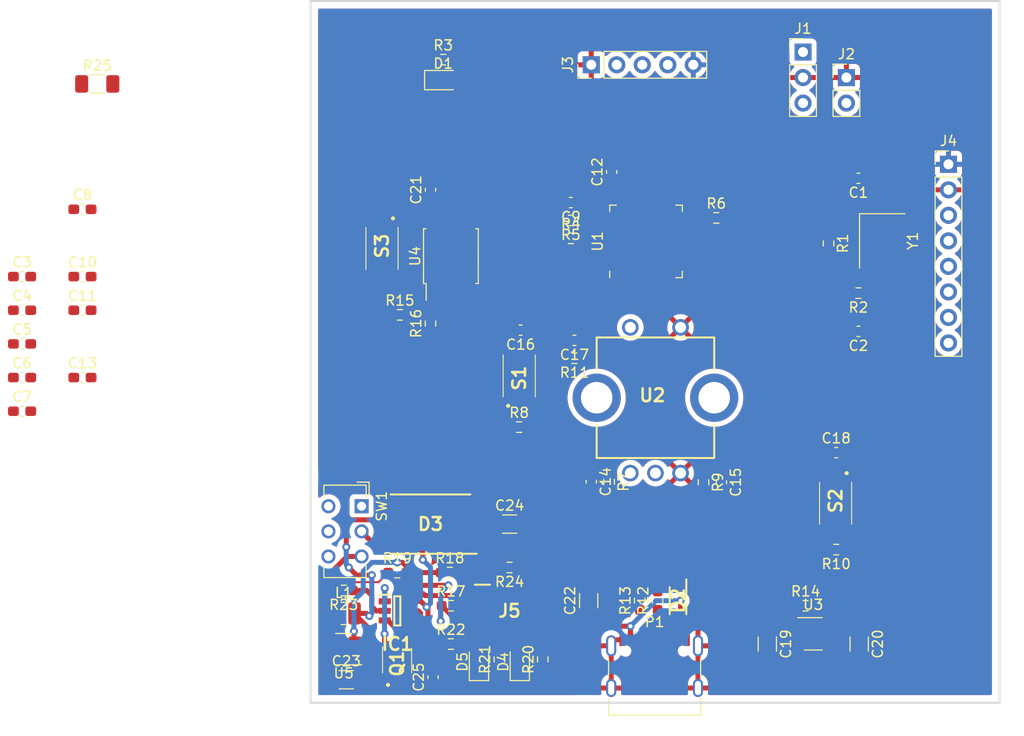
<source format=kicad_pcb>
(kicad_pcb (version 20221018) (generator pcbnew)
  (layers (0 "F.Cu" signal) (31 "B.Cu" signal) (34 "B.Paste" user) (35 "F.Paste" user) (36 "B.SilkS" user "B.Silkscreen") (37 "F.SilkS" user "F.Silkscreen") (38 "B.Mask" user) (39 "F.Mask" user) (44 "Edge.Cuts" user))
  (net 0 "")
  (net 1 "/XIN")
  (net 2 "GNDREF")
  (net 3 "Net-(C2-Pad1)")
  (net 4 "+3.3V")
  (net 5 "Net-(U1-VREG_VOUT)")
  (net 6 "/+1.1V")
  (net 7 "Net-(U1-VREG_IN)")
  (net 8 "/EN_CLK")
  (net 9 "/EN_DT")
  (net 10 "Net-(C16-Pad1)")
  (net 11 "/EN_SW")
  (net 12 "Net-(C18-Pad1)")
  (net 13 "/Power/VSYS")
  (net 14 "Net-(SW1A-C)")
  (net 15 "/LiPo/BAT")
  (net 16 "Net-(IC1-VCC)")
  (net 17 "Net-(D1-A)")
  (net 18 "Net-(U5-SW)")
  (net 19 "Net-(D4-K)")
  (net 20 "Net-(D5-K)")
  (net 21 "Net-(IC1-OD)")
  (net 22 "Net-(IC1-CS)")
  (net 23 "Net-(IC1-OC)")
  (net 25 "/SWCLK")
  (net 26 "/SWDIO")
  (net 27 "/RUN")
  (net 29 "/L_SCL")
  (net 30 "/L_SDA")
  (net 32 "/SCREEN_MOSI")
  (net 33 "/SCREEN_SCK")
  (net 34 "/SCREEN_CS")
  (net 35 "/SCREEN_DC")
  (net 36 "/SCREEN_RST")
  (net 37 "Net-(J5-BAT)")
  (net 38 "Net-(P1-CC)")
  (net 39 "/USB_P")
  (net 40 "/USB_N")
  (net 41 "Net-(P1-VCONN)")
  (net 44 "/XOUT")
  (net 45 "/GPIO25")
  (net 46 "Net-(U1-USB_DP)")
  (net 47 "Net-(U1-USB_DM)")
  (net 48 "/ISO")
  (net 49 "/MEAS")
  (net 50 "Net-(U3-EN)")
  (net 51 "/Flash/USB_BOOT")
  (net 52 "/QSPI_CS")
  (net 53 "Net-(U5-FB)")
  (net 54 "/LiPo/VBAT+")
  (net 73 "/QSPI_SD3")
  (net 74 "/QSPI_SCK")
  (net 75 "/QSPI_SD0")
  (net 76 "/QSPI_SD2")
  (net 77 "/QSPI_SD1")
  (net 80 "+5V")
  (net 81 "Net-(J5-PROG2)")
  (footprint "Capacitor_SMD:C_0603_1608Metric_Pad1.08x0.95mm_HandSolder" (layer "F.Cu") (at 129.032 110.49 90)
    (fp_text reference "C25")
    (fp_text value "0.1uF")
  )
  (footprint "Capacitor_SMD:C_1206_3216Metric_Pad1.33x1.80mm_HandSolder" (layer "F.Cu") (at 120.396 110.744)
    (fp_text reference "C23")
    (fp_text value "22uF")
  )
  (footprint "Connector_PinHeader_2.54mm:PinHeader_1x05_P2.54mm_Vertical" (layer "F.Cu") (at 144.78 49.53 90)
    (fp_text reference "J3")
    (fp_text value "Conn_01x05_Pin")
  )
  (footprint "Capacitor_SMD:C_1206_3216Metric_Pad1.33x1.80mm_HandSolder" (layer "F.Cu") (at 144.526 102.87 90)
    (fp_text reference "C22")
    (fp_text value "10uF")
  )
  (footprint "Capacitor_SMD:C_0603_1608Metric_Pad1.08x0.95mm_HandSolder" (layer "F.Cu") (at 143.1055 76.962 180)
    (fp_text reference "C17")
    (fp_text value "0.1uF")
  )
  (footprint "Resistor_SMD:R_0603_1608Metric_Pad0.98x0.95mm_HandSolder" (layer "F.Cu") (at 166.116 103.378)
    (fp_text reference "R14")
    (fp_text value "10k")
  )
  (footprint "Capacitor_SMD:C_0603_1608Metric_Pad1.08x0.95mm_HandSolder" (layer "F.Cu") (at 94.1335 73.962)
    (fp_text reference "C11")
    (fp_text value "0.1uF")
  )
  (footprint "Capacitor_SMD:C_0603_1608Metric_Pad1.08x0.95mm_HandSolder" (layer "F.Cu") (at 144.78 91.0355 -90)
    (fp_text reference "C14")
    (fp_text value "0.1uF")
  )
  (footprint "Capacitor_SMD:C_0603_1608Metric_Pad1.08x0.95mm_HandSolder" (layer "F.Cu") (at 171.376 60.826 180)
    (fp_text reference "C1")
    (fp_text value "27pF")
  )
  (footprint "Resistor_SMD:R_0603_1608Metric_Pad0.98x0.95mm_HandSolder" (layer "F.Cu") (at 120.142 101.854 180)
    (fp_text reference "R23")
    (fp_text value "100")
  )
  (footprint "Connector_USB:USB_C_Receptacle_G-Switch_GT-USB-7010ASV" (layer "F.Cu") (at 151.085 110.49)
    (fp_text reference "P1")
    (fp_text value "USB_C_Plug_USB2.0")
  )
  (footprint "Capacitor_SMD:C_1206_3216Metric_Pad1.33x1.80mm_HandSolder" (layer "F.Cu") (at 162.306 107.188 -90)
    (fp_text reference "C19")
    (fp_text value "1uF")
  )
  (footprint "Resistor_SMD:R_0603_1608Metric_Pad0.98x0.95mm_HandSolder" (layer "F.Cu") (at 130.81 107.188)
    (fp_text reference "R22")
    (fp_text value "100")
  )
  (footprint "Button_Switch_THT:SW_CuK_JS202011AQN_DPDT_Angled" (layer "F.Cu") (at 121.92 93.472 -90)
    (fp_text reference "SW1")
    (fp_text value "SW_DPDT_x2")
  )
  (footprint "Package_TO_SOT_SMD:SOT-23-6" (layer "F.Cu") (at 120.142 107.696 180)
    (fp_text reference "U5")
    (fp_text value "MT3608")
  )
  (footprint "Resistor_SMD:R_0603_1608Metric_Pad0.98x0.95mm_HandSolder" (layer "F.Cu") (at 130.7065 100.076)
    (fp_text reference "R18")
    (fp_text value "7.5k")
  )
  (footprint "SamacSys_Parts:FS8205" (layer "F.Cu") (at 125.454 109.408 90)
    (fp_text reference "Q1")
    (fp_text value "FS8205" hide)
  )
  (footprint "Resistor_SMD:R_0603_1608Metric_Pad0.98x0.95mm_HandSolder" (layer "F.Cu") (at 149.606 102.87 90)
    (fp_text reference "R13")
    (fp_text value "5.1k 1%")
  )
  (footprint "Resistor_SMD:R_0603_1608Metric_Pad0.98x0.95mm_HandSolder" (layer "F.Cu") (at 125.476 100.076)
    (fp_text reference "R19")
    (fp_text value "1k")
  )
  (footprint "Crystal:Crystal_SMD_3225-4Pin_3.2x2.5mm_HandSoldering" (layer "F.Cu") (at 173.736 67.056 -90)
    (fp_text reference "Y1")
    (fp_text value "Crystal")
  )
  (footprint "Resistor_SMD:R_0603_1608Metric_Pad0.98x0.95mm_HandSolder" (layer "F.Cu") (at 136.652 99.568 180)
    (fp_text reference "R24")
    (fp_text value "100")
  )
  (footprint "Resistor_SMD:R_0603_1608Metric_Pad0.98x0.95mm_HandSolder" (layer "F.Cu") (at 155.956 91.0855 -90)
    (fp_text reference "R9")
    (fp_text value "10k")
  )
  (footprint "Connector_PinHeader_2.54mm:PinHeader_1x02_P2.54mm_Vertical" (layer "F.Cu") (at 170.18 50.8)
    (fp_text reference "J2")
    (fp_text value "Conn_01x02_Pin")
  )
  (footprint "Capacitor_SMD:C_0603_1608Metric_Pad1.08x0.95mm_HandSolder" (layer "F.Cu") (at 94.1335 80.662)
    (fp_text reference "C13")
    (fp_text value "0.1uF")
  )
  (footprint "Resistor_SMD:R_0603_1608Metric_Pad0.98x0.95mm_HandSolder" (layer "F.Cu") (at 146.558 91.0355 -90)
    (fp_text reference "R7")
    (fp_text value "10k")
  )
  (footprint "LED_SMD:LED_0805_2012Metric_Pad1.15x1.40mm_HandSolder" (layer "F.Cu") (at 137.668 108.966 90)
    (fp_text reference "D4")
    (fp_text value "LED")
  )
  (footprint "Capacitor_SMD:C_0603_1608Metric_Pad1.08x0.95mm_HandSolder" (layer "F.Cu") (at 88.1235 84.012)
    (fp_text reference "C7")
    (fp_text value "0.1uF")
  )
  (footprint "SamacSys_Parts:SOT95P280X145-6N" (layer "F.Cu") (at 125.476 103.886)
    (fp_text reference "IC1")
    (fp_text value "FS312F-G" hide)
  )
  (footprint "SamacSys_Parts:EC11E1544505" (layer "F.Cu") (at 151.17 82.67)
    (fp_text reference "U2")
    (fp_text value "EC11E1544505" hide)
  )
  (footprint "Inductor_SMD:L_1008_2520Metric" (layer "F.Cu") (at 120.142 104.14)
    (fp_text reference "L1")
    (fp_text value "22uH")
  )
  (footprint "Capacitor_SMD:C_0603_1608Metric_Pad1.08x0.95mm_HandSolder" (layer "F.Cu") (at 88.1235 73.962)
    (fp_text reference "C4")
    (fp_text value "0.1uF")
  )
  (footprint "Capacitor_SMD:C_0603_1608Metric_Pad1.08x0.95mm_HandSolder" (layer "F.Cu") (at 128.778 61.976 90)
    (fp_text reference "C21")
    (fp_text value "0.1uF")
  )
  (footprint "SamacSys_Parts:SOIC127P600X175-9N" (layer "F.Cu") (at 136.652 103.886)
    (fp_text reference "J5")
    (fp_text value "TP4056" hide)
  )
  (footprint "Resistor_SMD:R_0603_1608Metric_Pad0.98x0.95mm_HandSolder" (layer "F.Cu") (at 171.376 72.256 180)
    (fp_text reference "R2")
    (fp_text value "1k")
  )
  (footprint "Resistor_SMD:R_0603_1608Metric_Pad0.98x0.95mm_HandSolder" (layer "F.Cu") (at 169.164 97.79 180)
    (fp_text reference "R10")
    (fp_text value "10k")
  )
  (footprint "Resistor_SMD:R_0603_1608Metric_Pad0.98x0.95mm_HandSolder" (layer "F.Cu") (at 139.954 108.712 90)
    (fp_text reference "R20")
    (fp_text value "1k")
  )
  (footprint "Capacitor_SMD:C_1206_3216Metric_Pad1.33x1.80mm_HandSolder" (layer "F.Cu") (at 171.45 107.188 -90)
    (fp_text reference "C20")
    (fp_text value "1uF")
  )
  (footprint "Resistor_SMD:R_0603_1608Metric_Pad0.98x0.95mm_HandSolder" (layer "F.Cu") (at 142.748 66.802)
    (fp_text reference "R4")
    (fp_text value "27")
  )
  (footprint "Capacitor_SMD:C_0603_1608Metric_Pad1.08x0.95mm_HandSolder" (layer "F.Cu") (at 94.1335 63.912)
    (fp_text reference "C8")
    (fp_text value "0.1uF")
  )
  (footprint "SamacSys_Parts:PTS810SJG250SMTRLFS" (layer "F.Cu") (at 123.952 67.818 -90)
    (fp_text reference "S3")
    (fp_text value "PTS810SJK250SMTRLFS" hide)
  )
  (footprint "Resistor_SMD:R_0603_1608Metric_Pad0.98x0.95mm_HandSolder" (layer "F.Cu") (at 142.748 65.024 180)
    (fp_text reference "R5")
    (fp_text value "27")
  )
  (footprint "Resistor_SMD:R_0603_1608Metric_Pad0.98x0.95mm_HandSolder" (layer "F.Cu") (at 130.048 49.022)
    (fp_text reference "R3")
    (fp_text value "1k")
  )
  (footprint "Resistor_SMD:R_0603_1608Metric_Pad0.98x0.95mm_HandSolder" (layer "F.Cu") (at 168.402 67.31 -90)
    (fp_text reference "R1")
    (fp_text value "DNP")
  )
  (footprint "Resistor_SMD:R_0603_1608Metric_Pad0.98x0.95mm_HandSolder" (layer "F.Cu") (at 143.1055 78.74 180)
    (fp_text reference "R11")
    (fp_text value "10k")
  )
  (footprint "Resistor_SMD:R_1206_3216Metric_Pad1.30x1.75mm_HandSolder" (layer "F.Cu") (at 95.605 51.435)
    (fp_text reference "R25")
    (fp_text value "10k")
  )
  (footprint "SamacSys_Parts:SODFL3616X98N" (layer "F.Cu") (at 153.416 102.87 -90)
    (fp_text reference "D2")
    (fp_text value "MBR120LSFT1G" hide)
  )
  (footprint "SamacSys_Parts:PTS810SJG250SMTRLFS" (layer "F.Cu") (at 137.609 80.475 90)
    (fp_text reference "S1")
    (fp_text value "PTS810SJK250SMTRLFS" hide)
  )
  (footprint "Capacitor_SMD:C_0603_1608Metric_Pad1.08x0.95mm_HandSolder" (layer "F.Cu") (at 171.376 76.066 180)
    (fp_text reference "C2")
    (fp_text value "27pF")
  )
  (footprint "Resistor_SMD:R_0603_1608Metric_Pad0.98x0.95mm_HandSolder" (layer "F.Cu") (at 128.778 75.2875 90)
    (fp_text reference "R16")
    (fp_text value "10k")
  )
  (footprint "Package_DFN_QFN:QFN-56-1EP_7x7mm_P0.4mm_EP3.2x3.2mm" (layer "F.Cu") (at 150.2325 67.11 90)
    (fp_text reference "U1")
    (fp_text value "RP2040")
  )
  (footprint "Connector_PinHeader_2.54mm:PinHeader_1x08_P2.54mm_Vertical" (layer "F.Cu") (at 180.34 59.436)
    (fp_text reference "J4")
    (fp_text value "Conn_01x08_Socket")
  )
  (footprint "Capacitor_SMD:C_0603_1608Metric_Pad1.08x0.95mm_HandSolder" (layer "F.Cu") (at 169.164 88.138)
    (fp_text reference "C18")
    (fp_text value "0.1uF")
  )
  (footprint "Capacitor_SMD:C_0603_1608Metric_Pad1.08x0.95mm_HandSolder" (layer "F.Cu") (at 146.812 60.198 90)
    (fp_text reference "C12")
    (fp_text value "1uF")
  )
  (footprint "Capacitor_SMD:C_0603_1608Metric_Pad1.08x0.95mm_HandSolder" (layer "F.Cu") (at 157.734 91.0855 -90)
    (fp_text reference "C15")
    (fp_text value "0.1uF")
  )
  (footprint "Resistor_SMD:R_0603_1608Metric_Pad0.98x0.95mm_HandSolder" (layer "F.Cu") (at 130.81 103.378)
    (fp_text reference "R17")
    (fp_text value "2k")
  )
  (footprint "Resistor_SMD:R_0603_1608Metric_Pad0.98x0.95mm_HandSolder" (layer "F.Cu") (at 157.226 64.77)
    (fp_text reference "R6")
    (fp_text value "10k")
  )
  (footprint "Resistor_SMD:R_0603_1608Metric_Pad0.98x0.95mm_HandSolder" (layer "F.Cu") (at 135.636 108.712 90)
    (fp_text reference "R21")
    (fp_text value "1k")
  )
  (footprint "SamacSys_Parts:DIOM7959X262N" (layer "F.Cu") (at 128.778 95.25 180)
    (fp_text reference "D3")
    (fp_text value "SS34" hide)
  )
  (footprint "Package_TO_SOT_SMD:SOT-23-5_HandSoldering" (layer "F.Cu") (at 166.878 106.172)
    (fp_text reference "U3")
    (fp_text value "AP2112K-3.3")
  )
  (footprint "Resistor_SMD:R_0603_1608Metric_Pad0.98x0.95mm_HandSolder" (layer "F.Cu") (at 125.73 74.422)
    (fp_text reference "R15")
    (fp_text value "1k")
  )
  (footprint "Connector_PinHeader_2.54mm:PinHeader_1x03_P2.54mm_Vertical" (layer "F.Cu") (at 165.862 48.26)
    (fp_text reference "J1")
    (fp_text value "Conn_01x03_Socket")
  )
  (footprint "Capacitor_SMD:C_0603_1608Metric_Pad1.08x0.95mm_HandSolder" (layer "F.Cu") (at 88.1235 80.662)
    (fp_text reference "C6")
    (fp_text value "0.1uF")
  )
  (footprint "Capacitor_SMD:C_1206_3216Metric_Pad1.33x1.80mm_HandSolder" (layer "F.Cu") (at 136.652 95.25)
    (fp_text reference "C24")
    (fp_text value "22uF")
  )
  (footprint "SamacSys_Parts:PTS810SJG250SMTRLFS" (layer "F.Cu") (at 169.105 93.175 -90)
    (fp_text reference "S2")
    (fp_text value "PTS810SJK250SMTRLFS" hide)
  )
  (footprint "Capacitor_SMD:C_0603_1608Metric_Pad1.08x0.95mm_HandSolder" (layer "F.Cu") (at 88.1235 77.312)
    (fp_text reference "C5")
    (fp_text value "0.1uF")
  )
  (footprint "LED_SMD:LED_0805_2012Metric_Pad1.15x1.40mm_HandSolder" (layer "F.Cu") (at 133.604 108.966 90)
    (fp_text reference "D5")
    (fp_text value "LED")
  )
  (footprint "Resistor_SMD:R_0603_1608Metric_Pad0.98x0.95mm_HandSolder" (layer "F.Cu") (at 151.384 102.87 90)
    (fp_text reference "R12")
    (fp_text value "5.1k 1%")
  )
  (footprint "Capacitor_SMD:C_0603_1608Metric_Pad1.08x0.95mm_HandSolder" (layer "F.Cu") (at 137.754 75.946 180)
    (fp_text reference "C16")
    (fp_text value "0.1uF")
  )
  (footprint "Package_SO:SOIC-8_5.23x5.23mm_P1.27mm" (layer "F.Cu") (at 130.81 68.58 90)
    (fp_text reference "U4")
    (fp_text value "W25Q32JVSS")
  )
  (footprint "Capacitor_SMD:C_0603_1608Metric_Pad1.08x0.95mm_HandSolder" (layer "F.Cu") (at 94.1335 70.612)
    (fp_text reference "C10")
    (fp_text value "0.1uF")
  )
  (footprint "Resistor_SMD:R_0603_1608Metric_Pad0.98x0.95mm_HandSolder" (layer "F.Cu") (at 137.6035 85.598)
    (fp_text reference "R8")
    (fp_text value "10k")
  )
  (footprint "Capacitor_SMD:C_0603_1608Metric_Pad1.08x0.95mm_HandSolder" (layer "F.Cu") (at 88.1235 70.612)
    (fp_text reference "C3")
    (fp_text value "0.1uF")
  )
  (footprint "Capacitor_SMD:C_0603_1608Metric_Pad1.08x0.95mm_HandSolder" (layer "F.Cu") (at 142.748 63.246 180)
    (fp_text reference "C9")
    (fp_text value "1uF")
  )
  (footprint "LED_SMD:LED_0805_2012Metric_Pad1.15x1.40mm_HandSolder" (layer "F.Cu") (at 130.048 51.054)
    (fp_text reference "D1")
    (fp_text value "LED")
  )
  (gr_rect (start 116.84 43.18) (end 185.42 113.03) (stroke (width 0.2)) (fill none) (layer "Edge.Cuts"))
  (segment (start 139.446 99.8865) (end 136.652 102.6805) (width 0.5) (layer "F.Cu") (net 2))
  (segment (start 130.556 101.346) (end 125.8335 101.346) (width 0.5) (layer "F.Cu") (net 2))
  (segment (start 123.668 110.744) (end 124.504 109.908) (width 0.5) (layer "F.Cu") (net 2))
  (segment (start 119.2295 101.854) (end 119.2295 101.7505) (width 0.2) (layer "F.Cu") (net 2))
  (segment (start 120.142 106.907396) (end 120.930604 107.696) (width 0.2) (layer "F.Cu") (net 2))
  (segment (start 131.0405 104.521) (end 133.94 104.521) (width 0.5) (layer "F.Cu") (net 2))
  (segment (start 125.8335 101.346) (end 124.5635 100.076) (width 0.5) (layer "F.Cu") (net 2))
  (segment (start 119.2295 101.854) (end 120.142 102.7665) (width 0.2) (layer "F.Cu") (net 2))
  (segment (start 119.2295 101.7505) (end 119.95 101.03) (width 0.2) (layer "F.Cu") (net 2))
  (segment (start 138.2145 96.8125) (end 139.446 98.044) (width 0.5) (layer "F.Cu") (net 2))
  (segment (start 120.167 109.044528) (end 120.167 108.247472) (width 0.5) (layer "F.Cu") (net 2))
  (segment (start 136.652 103.886) (end 134.747 101.981) (width 0.5) (layer "F.Cu") (net 2))
  (segment (start 120.718472 107.696) (end 121.2795 107.696) (width 0.5) (layer "F.Cu") (net 2))
  (segment (start 134.747 101.981) (end 133.94 101.981) (width 0.5) (layer "F.Cu") (net 2))
  (segment (start 139.446 98.044) (end 139.446 99.8865) (width 0.5) (layer "F.Cu") (net 2))
  (segment (start 123.6095 101.03) (end 124.5635 100.076) (width 0.2) (layer "F.Cu") (net 2))
  (segment (start 121.9585 110.744) (end 121.866472 110.744) (width 0.5) (layer "F.Cu") (net 2))
  (segment (start 120.930604 107.696) (end 121.2795 107.696) (width 0.2) (layer "F.Cu") (net 2))
  (segment (start 129.794 104.902) (end 129.794 103.4815) (width 0.5) (layer "F.Cu") (net 2))
  (segment (start 120.142 102.7665) (end 120.142 106.907396) (width 0.2) (layer "F.Cu") (net 2))
  (segment (start 120.167 108.247472) (end 120.718472 107.696) (width 0.5) (layer "F.Cu") (net 2))
  (segment (start 129.794 103.4815) (end 129.8975 103.378) (width 0.5) (layer "F.Cu") (net 2))
  (segment (start 119.95 101.03) (end 123.6095 101.03) (width 0.2) (layer "F.Cu") (net 2))
  (segment (start 121.866472 110.744) (end 120.167 109.044528) (width 0.5) (layer "F.Cu") (net 2))
  (segment (start 129.8975 103.378) (end 131.0405 104.521) (width 0.5) (layer "F.Cu") (net 2))
  (segment (start 121.9585 110.744) (end 123.668 110.744) (width 0.5) (layer "F.Cu") (net 2))
  (segment (start 136.652 102.6805) (end 136.652 103.886) (width 0.5) (layer "F.Cu") (net 2))
  (segment (start 138.2145 95.25) (end 138.2145 96.8125) (width 0.5) (layer "F.Cu") (net 2))
  (via (at 129.794 104.902) (size 0.8) (drill 0.4) (layers "F.Cu" "B.Cu") (net 2))
  (via (at 130.556 101.346) (size 0.8) (drill 0.4) (layers "F.Cu" "B.Cu") (net 2))
  (segment (start 129.794 104.902) (end 129.794 102.108) (width 0.5) (layer "B.Cu") (net 2))
  (segment (start 129.794 102.108) (end 130.556 101.346) (width 0.5) (layer "B.Cu") (net 2))
  (segment (start 145.828 65.31) (end 143.764 63.246) (width 0.2) (layer "F.Cu") (net 5))
  (segment (start 143.764 63.246) (end 143.6105 63.246) (width 0.2) (layer "F.Cu") (net 5))
  (segment (start 146.795 65.31) (end 145.828 65.31) (width 0.2) (layer "F.Cu") (net 5))
  (segment (start 145.542 62.992) (end 145.542 64.262) (width 0.2) (layer "F.Cu") (net 7))
  (segment (start 146.812 61.722) (end 145.542 62.992) (width 0.2) (layer "F.Cu") (net 7))
  (segment (start 145.542 64.262) (end 146.19 64.91) (width 0.2) (layer "F.Cu") (net 7))
  (segment (start 146.19 64.91) (end 146.795 64.91) (width 0.2) (layer "F.Cu") (net 7))
  (segment (start 146.812 61.0605) (end 146.812 61.722) (width 0.2) (layer "F.Cu") (net 7))
  (segment (start 132.228 95.25) (end 135.0895 95.25) (width 0.5) (layer "F.Cu") (net 13))
  (segment (start 131.619 100.076) (end 132.228 99.467) (width 0.5) (layer "F.Cu") (net 13))
  (segment (start 132.228 99.467) (end 132.228 95.25) (width 0.5) (layer "F.Cu") (net 13))
  (segment (start 117.892 108.247472) (end 118.443472 107.696) (width 0.5) (layer "F.Cu") (net 14))
  (segment (start 118.292 103.365) (end 119.067 104.14) (width 0.5) (layer "F.Cu") (net 14))
  (segment (start 118.8335 109.986028) (end 117.892 109.044528) (width 0.5) (layer "F.Cu") (net 14))
  (segment (start 117.892 109.044528) (end 117.892 108.247472) (width 0.5) (layer "F.Cu") (net 14))
  (segment (start 118.443472 107.696) (end 119.0045 107.696) (width 0.5) (layer "F.Cu") (net 14))
  (segment (start 118.292 100.656) (end 118.292 103.365) (width 0.5) (layer "F.Cu") (net 14))
  (segment (start 120.476 98.472) (end 118.292 100.656) (width 0.5) (layer "F.Cu") (net 14))
  (segment (start 119.067 107.6335) (end 119.0045 107.696) (width 0.5) (layer "F.Cu") (net 14))
  (segment (start 121.92 98.472) (end 120.476 98.472) (width 0.5) (layer "F.Cu") (net 14))
  (segment (start 118.8335 110.744) (end 118.8335 109.986028) (width 0.5) (layer "F.Cu") (net 14))
  (segment (start 119.067 104.14) (end 119.067 107.6335) (width 0.5) (layer "F.Cu") (net 14))
  (segment (start 126.404 109.908) (end 127.5875 109.908) (width 0.5) (layer "F.Cu") (net 15))
  (segment (start 121.92 96.012) (end 123.698 97.79) (width 0.5) (layer "F.Cu") (net 15))
  (segment (start 129.957 110.4275) (end 129.957 107.2475) (width 0.5) (layer "F.Cu") (net 15))
  (segment (start 129.032 111.3525) (end 129.957 110.4275) (width 0.5) (layer "F.Cu") (net 15))
  (segment (start 126.726 102.936) (end 127.828 102.936) (width 0.5) (layer "F.Cu") (net 15))
  (segment (start 127.828 102.936) (end 128.524 103.632) (width 0.5) (layer "F.Cu") (net 15))
  (segment (start 128.524 106.426) (end 129.286 107.188) (width 0.5) (layer "F.Cu") (net 15))
  (segment (start 128.524 103.632) (end 128.524 106.426) (width 0.5) (layer "F.Cu") (net 15))
  (segment (start 129.957 107.2475) (end 129.8975 107.188) (width 0.5) (layer "F.Cu") (net 15))
  (segment (start 129.286 107.188) (end 129.8975 107.188) (width 0.5) (layer "F.Cu") (net 15))
  (segment (start 123.698 97.79) (end 127.762 97.79) (width 0.5) (layer "F.Cu") (net 15))
  (segment (start 127.5875 109.908) (end 129.032 111.3525) (width 0.5) (layer "F.Cu") (net 15))
  (segment (start 127.762 97.79) (end 128.016 98.044) (width 0.5) (layer "F.Cu") (net 15))
  (segment (start 128.016 98.044) (end 128.016 98.806) (width 0.5) (layer "F.Cu") (net 15))
  (segment (start 121.92 95.972) (end 121.92 96.012) (width 0.5) (layer "F.Cu") (net 15))
  (via (at 128.397 103.505) (size 0.8) (drill 0.4) (layers "F.Cu" "B.Cu") (net 15))
  (via (at 128.016 98.806) (size 0.8) (drill 0.4) (layers "F.Cu" "B.Cu") (net 15))
  (segment (start 128.778 99.568) (end 128.016 98.806) (width 0.5) (layer "B.Cu") (net 15))
  (segment (start 128.778 103.124) (end 128.778 99.568) (width 0.5) (layer "B.Cu") (net 15))
  (segment (start 128.397 103.505) (end 128.778 103.124) (width 0.5) (layer "B.Cu") (net 15))
  (segment (start 125.276 103.632) (end 125.53 103.886) (width 0.5) (layer "F.Cu") (net 16))
  (segment (start 127.776 104.086) (end 127.576 103.886) (width 0.5) (layer "F.Cu") (net 16))
  (segment (start 127.776 107.456) (end 127.776 104.086) (width 0.5) (layer "F.Cu") (net 16))
  (segment (start 128.24395 102.362) (end 128.06795 102.186) (width 0.5) (layer "F.Cu") (net 16))
  (segment (start 131.318 102.362) (end 128.24395 102.362) (width 0.5) (layer "F.Cu") (net 16))
  (segment (start 125.276 102.562) (end 125.276 103.632) (width 0.5) (layer "F.Cu") (net 16))
  (segment (start 135.7395 99.568) (end 134.112 99.568) (width 0.5) (layer "F.Cu") (net 16))
  (segment (start 129.032 108.712) (end 127.776 107.456) (width 0.5) (layer "F.Cu") (net 16))
  (segment (start 125.652 102.186) (end 125.276 102.562) (width 0.5) (layer "F.Cu") (net 16))
  (segment (start 125.53 103.886) (end 126.726 103.886) (width 0.5) (layer "F.Cu") (net 16))
  (segment (start 128.06795 102.186) (end 125.652 102.186) (width 0.5) (layer "F.Cu") (net 16))
  (segment (start 134.112 99.568) (end 131.318 102.362) (width 0.5) (layer "F.Cu") (net 16))
  (segment (start 127.576 103.886) (end 126.726 103.886) (width 0.5) (layer "F.Cu") (net 16))
  (segment (start 129.032 109.6275) (end 129.032 108.712) (width 0.5) (layer "F.Cu") (net 16))
  (segment (start 121.217 104.14) (end 122.428 104.14) (width 0.5) (layer "F.Cu") (net 18))
  (segment (start 121.217 104.199) (end 122.936 105.918) (width 0.5) (layer "F.Cu") (net 18))
  (segment (start 120.824 94.822) (end 120.396 95.25) (width 0.5) (layer "F.Cu") (net 18))
  (segment (start 122.494 108.646) (end 121.2795 108.646) (width 0.5) (layer "F.Cu") (net 18))
  (segment (start 121.412 100.33) (end 120.65 99.568) (width 0.5) (layer "F.Cu") (net 18))
  (segment (start 121.217 104.14) (end 121.217 104.199) (width 0.5) (layer "F.Cu") (net 18))
  (segment (start 122.936 105.918) (end 122.936 108.204) (width 0.5) (layer "F.Cu") (net 18))
  (segment (start 124.9 94.822) (end 120.824 94.822) (width 0.5) (layer "F.Cu") (net 18))
  (segment (start 122.936 100.33) (end 121.412 100.33) (width 0.5) (layer "F.Cu") (net 18))
  (segment (start 122.936 108.204) (end 122.494 108.646) (width 0.5) (layer "F.Cu") (net 18))
  (segment (start 120.396 95.25) (end 120.396 97.536) (width 0.5) (layer "F.Cu") (net 18))
  (segment (start 125.328 95.25) (end 124.9 94.822) (width 0.5) (layer "F.Cu") (net 18))
  (segment (start 122.428 104.14) (end 122.682 104.394) (width 0.5) (layer "F.Cu") (net 18))
  (via (at 120.396 97.536) (size 0.8) (drill 0.4) (layers "F.Cu" "B.Cu") (net 18))
  (via (at 122.936 100.33) (size 0.8) (drill 0.4) (layers "F.Cu" "B.Cu") (net 18))
  (via (at 122.682 104.394) (size 0.8) (drill 0.4) (layers "F.Cu" "B.Cu") (net 18))
  (via (at 120.65 99.568) (size 0.8) (drill 0.4) (layers "F.Cu" "B.Cu") (net 18))
  (segment (start 122.936 100.33) (end 122.936 104.14) (width 0.5) (layer "B.Cu") (net 18))
  (segment (start 120.396 99.314) (end 120.396 97.536) (width 0.5) (layer "B.Cu") (net 18))
  (segment (start 120.65 99.568) (end 120.396 99.314) (width 0.5) (layer "B.Cu") (net 18))
  (segment (start 122.936 104.14) (end 122.682 104.394) (width 0.5) (layer "B.Cu") (net 18))
  (segment (start 137.668 109.991) (end 139.5875 109.991) (width 0.5) (layer "F.Cu") (net 19))
  (segment (start 139.5875 109.991) (end 139.954 109.6245) (width 0.5) (layer "F.Cu") (net 19))
  (segment (start 135.2695 109.991) (end 135.636 109.6245) (width 0.5) (layer "F.Cu") (net 20))
  (segment (start 133.604 109.991) (end 135.2695 109.991) (width 0.5) (layer "F.Cu") (net 20))
  (segment (start 124.206 106.172) (end 124.206 107.31) (width 0.5) (layer "F.Cu") (net 21))
  (segment (start 124.206 107.31) (end 124.504 107.608) (width 0.5) (layer "F.Cu") (net 21))
  (segment (start 124.226 102.936) (end 124.226 101.62) (width 0.5) (layer "F.Cu") (net 21))
  (segment (start 124.206 101.6) (end 124.226 101.62) (width 0.5) (layer "F.Cu") (net 21))
  (via (at 124.206 106.172) (size 0.8) (drill 0.4) (layers "F.Cu" "B.Cu") (net 21))
  (via (at 124.226 101.62) (size 0.8) (drill 0.4) (layers "F.Cu" "B.Cu") (net 21))
  (segment (start 124.206 101.64) (end 124.206 106.172) (width 0.5) (layer "B.Cu") (net 21))
  (segment (start 124.226 101.62) (end 124.206 101.64) (width 0.5) (layer "B.Cu") (net 21))
  (segment (start 123.376 103.886) (end 122.936 103.446) (width 0.5) (layer "F.Cu") (net 22))
  (segment (start 122.936 102.362) (end 122.428 101.854) (width 0.5) (layer "F.Cu") (net 22))
  (segment (start 122.428 101.854) (end 121.0545 101.854) (width 0.5) (layer "F.Cu") (net 22))
  (segment (start 122.936 103.446) (end 122.936 102.362) (width 0.5) (layer "F.Cu") (net 22))
  (segment (start 124.226 103.886) (end 123.376 103.886) (width 0.5) (layer "F.Cu") (net 22))
  (segment (start 124.526 104.836) (end 126.404 106.714) (width 0.5) (layer "F.Cu") (net 23))
  (segment (start 124.226 104.836) (end 124.526 104.836) (width 0.5) (layer "F.Cu") (net 23))
  (segment (start 126.404 106.714) (end 126.404 107.608) (width 0.5) (layer "F.Cu") (net 23))
  (segment (start 155.7735 65.31) (end 156.3135 64.77) (width 0.2) (layer "F.Cu") (net 27))
  (segment (start 153.67 65.31) (end 155.7735 65.31) (width 0.2) (layer "F.Cu") (net 27))
  (segment (start 135.636 107.7995) (end 136.8025 108.966) (width 0.5) (layer "F.Cu") (net 37))
  (segment (start 131.7225 107.824449) (end 132.864051 108.966) (width 0.5) (layer "F.Cu") (net 37))
  (segment (start 138.7875 108.966) (end 139.954 107.7995) (width 0.5) (layer "F.Cu") (net 37))
  (segment (start 136.8025 108.966) (end 138.7875 108.966) (width 0.5) (layer "F.Cu") (net 37))
  (segment (start 134.4695 108.966) (end 135.636 107.7995) (width 0.5) (layer "F.Cu") (net 37))
  (segment (start 139.954 103.841) (end 139.364 103.251) (width 0.5) (layer "F.Cu") (net 37))
  (segment (start 139.954 107.7995) (end 139.954 103.841) (width 0.5) (layer "F.Cu") (net 37))
  (segment (start 132.864051 108.966) (end 134.4695 108.966) (width 0.5) (layer "F.Cu") (net 37))
  (segment (start 131.7225 107.188) (end 131.7225 107.824449) (width 0.5) (layer "F.Cu") (net 37))
  (segment (start 151.384 104.902) (end 151.384 103.7825) (width 0.25) (layer "F.Cu") (net 41))
  (segment (start 152.835 105.845) (end 152.146 105.156) (width 0.25) (layer "F.Cu") (net 41))
  (segment (start 152.835 106.765) (end 152.835 105.845) (width 0.25) (layer "F.Cu") (net 41))
  (segment (start 151.638 105.156) (end 151.384 104.902) (width 0.25) (layer "F.Cu") (net 41))
  (segment (start 152.146 105.156) (end 151.638 105.156) (width 0.25) (layer "F.Cu") (net 41))
  (segment (start 144.526 66.802) (end 143.6605 66.802) (width 0.2) (layer "F.Cu") (net 46))
  (segment (start 145.218 66.11) (end 144.526 66.802) (width 0.2) (layer "F.Cu") (net 46))
  (segment (start 146.795 66.11) (end 145.218 66.11) (width 0.2) (layer "F.Cu") (net 46))
  (segment (start 144.526 65.024) (end 144.1685 65.024) (width 0.2) (layer "F.Cu") (net 47))
  (segment (start 145.212 65.71) (end 144.526 65.024) (width 0.2) (layer "F.Cu") (net 47))
  (segment (start 146.795 65.71) (end 145.212 65.71) (width 0.2) (layer "F.Cu") (net 47))
  (segment (start 125.476 99.06) (end 125.984 99.06) (width 0.5) (layer "F.Cu") (net 53))
  (segment (start 121.158 105.918) (end 121.158 106.6245) (width 0.5) (layer "F.Cu") (net 53))
  (segment (start 126.3885 99.4645) (end 126.3885 100.076) (width 0.5) (layer "F.Cu") (net 53))
  (segment (start 126.3885 100.076) (end 129.794 100.076) (width 0.5) (layer "F.Cu") (net 53))
  (segment (start 121.158 106.6245) (end 121.2795 106.746) (width 0.5) (layer "F.Cu") (net 53))
  (segment (start 125.984 99.06) (end 126.3885 99.4645) (width 0.5) (layer "F.Cu") (net 53))
  (via (at 125.476 99.06) (size 0.8) (drill 0.4) (layers "F.Cu" "B.Cu") (net 53))
  (via (at 121.158 105.918) (size 0.8) (drill 0.4) (layers "F.Cu" "B.Cu") (net 53))
  (segment (start 122.958346 99.06) (end 125.476 99.06) (width 0.5) (layer "B.Cu") (net 53))
  (segment (start 121.158 102.87) (end 122.086 101.942) (width 0.5) (layer "B.Cu") (net 53))
  (segment (start 121.158 105.918) (end 121.158 102.87) (width 0.5) (layer "B.Cu") (net 53))
  (segment (start 122.086 99.932346) (end 122.958346 99.06) (width 0.5) (layer "B.Cu") (net 53))
  (segment (start 122.086 101.942) (end 122.086 99.932346) (width 0.5) (layer "B.Cu") (net 53))
  (segment (start 153.485 106.765) (end 153.485 104.555) (width 0.5) (layer "F.Cu") (net 80))
  (segment (start 148.685 105.41) (end 144.9955 105.41) (width 0.5) (layer "F.Cu") (net 80))
  (segment (start 133.604 107.941) (end 133.604 106.127) (width 0.5) (layer "F.Cu") (net 80))
  (segment (start 148.685 105.41) (end 148.685 106.765) (width 0.5) (layer "F.Cu") (net 80))
  (segment (start 153.485 104.555) (end 153.67 104.37) (width 0.5) (layer "F.Cu") (net 80))
  (segment (start 144.9955 105.41) (end 144.526 104.9405) (width 0.5) (layer "F.Cu") (net 80))
  (segment (start 137.668 107.941) (end 135.854 106.127) (width 0.5) (layer "F.Cu") (net 80))
  (segment (start 153.67 102.87) (end 153.67 104.37) (width 0.5) (layer "F.Cu") (net 80))
  (segment (start 135.854 106.127) (end 133.604 106.127) (width 0.5) (layer "F.Cu") (net 80))
  (segment (start 133.604 106.127) (end 133.94 105.791) (width 0.5) (layer "F.Cu") (net 80))
  (via (at 148.685 105.41) (size 0.8) (drill 0.4) (layers "F.Cu" "B.Cu") (net 80))
  (via (at 153.67 102.87) (size 0.8) (drill 0.4) (layers "F.Cu" "B.Cu") (net 80))
  (segment (start 151.225 102.87) (end 153.67 102.87) (width 0.5) (layer "B.Cu") (net 80))
  (segment (start 148.685 105.41) (end 151.225 102.87) (width 0.5) (layer "B.Cu") (net 80))
  (segment (start 133.94 103.251) (end 131.8495 103.251) (width 0.5) (layer "F.Cu") (net 81))
  (segment (start 131.8495 103.251) (end 131.7225 103.378) (width 0.5) (layer "F.Cu") (net 81))
  (zone (net 2) (net_name "GNDREF") (layer "F.Cu") (connect_pads (clearance 0.5)) (min_thickness 0.25) (fill yes (thermal_gap 0.5) (thermal_bridge_width 0.5))
    (polygon (pts (xy 117.602 43.942) (xy 184.658 43.942) (xy 184.658 112.268) (xy 145.288 112.268) (xy 142.748 109.22) (xy 142.748 92.202) (xy 140.208 89.916) (xy 117.602 89.916)))
  )
  (zone (net 80) (net_name "+5V") (layer "F.Cu") (priority 1) (connect_pads (clearance 0.5)) (min_thickness 0.25) (fill yes (thermal_gap 0.5) (thermal_bridge_width 0.5))
    (polygon (pts (xy 117.602 91.186) (xy 139.446 91.186) (xy 141.478 92.964) (xy 141.478 109.728) (xy 143.51 112.268) (xy 117.602 112.268)))
  )
  (zone (net 4) (net_name "+3.3V") (layer "B.Cu") (connect_pads (clearance 0.5)) (min_thickness 0.25) (fill yes (thermal_gap 0.5) (thermal_bridge_width 0.5))
    (polygon (pts (xy 117.602 43.942) (xy 184.658 43.942) (xy 184.658 112.268) (xy 117.602 112.268)))
  )
)
</source>
